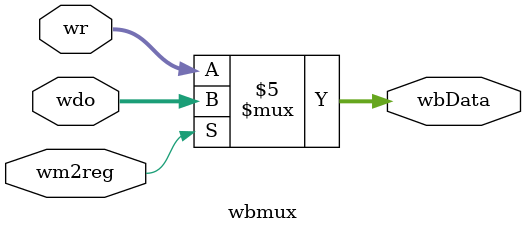
<source format=v>
`timescale 1ns / 1ps

module programcounter(input [31:0] nextPc, input clk, output reg [31:0] pc);
    initial
        begin
            pc <= 32'b01100100;
        end
    always @ (posedge clk)
        begin
            pc <= nextPc;
        end
endmodule

module instructionmemory(input [31:0] pc, output reg [31:0] instOut);
    reg [31:0] memory [0:63];
    
    initial 
        begin
            memory[25] = {6'b100011, 5'b00001, 5'b00010, 5'b00000, 5'b00000, 6'b000000};
            memory[26] = {6'b100011, 5'b00001, 5'b00011, 5'b00000, 5'b00000, 6'b000100};
            memory[27] = {6'b100011, 5'b00001, 5'b00100, 5'b00000, 5'b00000, 6'b001000};
            memory[28] = {6'b100011, 5'b00001, 5'b00101, 5'b00000, 5'b00000, 6'b001100};
            memory[29] = {6'b000000, 5'b00110, 5'b00010, 5'b01010, 5'b00000, 6'b100000};
        end
    always @ (*)
        begin
            instOut <= memory[pc[7:2]];
        end
endmodule

module pcadder(input [31:0] pc, output reg [31:0] nextPc);
    always @ (*)
        begin
            nextPc <= pc + 4;
        end
endmodule

module ifidpipelineregister(input [31:0] instOut, input clk, output reg [31:0] dinstOut);
    always @ (posedge clk)
        begin
            dinstOut <= instOut;
        end
endmodule

module controlunit(input [5:0] op, input [5:0] func, output reg wreg, output reg m2reg, output reg wmem, output reg [3:0] aluc, output reg aluimm, output reg regrt);
    always @ (*)
        begin
        case(op)
            6'b000000:
                begin
                    wreg <= 1'b1;
                    m2reg <= 1'b0;
                    wmem <= 1'b0;
                    aluimm <= 1'b0;
                    regrt <= 1'b0;
                    
                    case(func)
                        6'b100000:
                            begin
                                aluc <= 4'b0010;
                            end
                    endcase
                end
                
            6'b100011:
                begin
                    wreg <= 1'b1;
                    m2reg <= 1'b1;
                    wmem <= 1'b0;
                    aluc <= 4'b0010;
                    aluimm <= 1'b1;
                    regrt <= 1'b1;
                end
            endcase
        end
endmodule

module regrtmultiplexer(input [4:0] rt, input [4:0] rd, input regrt, output reg [4:0] destReg);
    always @ (*)
        begin
            if (regrt == 0) 
                begin
                    destReg <= rd;
                end
            else if (regrt == 1) 
                begin
                    destReg <= rt;
                end
        end
endmodule

module registerfile(input [4:0] rs, input [4:0] rt, input [4:0] wdestReg, input [31:0] wbData, input wwreg, input clk, output reg [31:0] qa, output reg [31:0] qb);
    reg [31:0] registers [31:0];
    integer i;
    initial 
        begin
            for (i = 0; i < 32; i = i + 1) begin
                registers[i] = 32'h00000000;
            end
        end
    always @ (*)
        begin
            qa <= registers[rs];
            qb <= registers[rt];
        end
    always @ (negedge clk)
        begin
            if (wwreg == 1)
                begin
                    registers[wdestReg] <= wbData;
                end
        end
endmodule

module immediateextender(input [15:0] imm, output reg [31:0] imm32);
    always @ (*)
        begin
            imm32[15:0] <= imm;
            if (imm[15] == 1) 
                begin
                    imm32[31:16] <= 16'hFFFF;
                end
            else 
                begin
                    imm32[31:16] <= 16'h0000;
                end
        end
endmodule

module idexepipelineregister(input wreg, input m2reg, input wmem, input [3:0] aluc, input aluimm, input [5:0] destReg, input [31:0] qa, input [31:0] qb, input [31:0] imm32, input clk, output reg ewreg, output reg em2reg, output reg ewmem, output reg [3:0] ealuc, output reg ealuimm, output reg [4:0] edestReg, output reg [31:0] eqa, output reg [31:0] eqb, output reg [31:0] eimm32);
    always @ (posedge clk)
        begin
            ewreg <= wreg;
            em2reg <= m2reg;
            ewmem <= wmem;
            ealuc <= aluc;
            ealuimm <= aluimm;
            edestReg <= destReg;
            eqa <= qa;
            eqb <= qb;
            eimm32 <= imm32;
        end
endmodule

module datapath(input clk, output wire [31:0] pc, output wire [31:0] dinstOut, output wire ewreg, output wire em2reg, 
output wire ewmem, output wire [3:0] ealuc, output wire ealuimm, output wire [4:0] edestReg, output wire [31:0] eqa, 
output wire [31:0] eqb, output wire [31:0] eimm32, output wire mwreg, output wire mm2reg, output wire mwmem, 
output wire [4:0] mdestReg, output wire [31:0] mr, output wire [31:0] mqb, output wire wwreg, output wire wm2reg, 
output wire [4:0] wdestReg, output wire [31:0] wr, output wire [31:0] wdo);
    wire [31:0] nextPc;
    wire [31:0] instOut;
    wire wreg;
    wire m2reg;
    wire wmem;
    wire [3:0] aluc;
    wire aluimm;
    wire regrt;
    wire [4:0] destReg;
    wire [31:0] qa;
    wire [31:0] qb;
    wire [31:0] imm32;
    wire [5:0] op;
    wire [5:0] func;
    wire [4:0] rs;
    wire [4:0] rt;
    wire [4:0] rd;
    wire [15:0] imm;
    wire [31:0] b;
    wire [31:0] r;
    wire [31:0] mdo;
    wire [31:0] wbData;
    
    assign op = dinstOut[31:26];
    assign rs = dinstOut[25:21];
    assign rt = dinstOut[20:16];
    assign rd = dinstOut[15:11];
    assign func = dinstOut[5:0];
    assign imm = dinstOut[15:0];
    
    programcounter counter(.nextPc(nextPc), .clk(clk), .pc(pc));
    instructionmemory memory(.pc(pc), .instOut(instOut));
    pcadder adder(.pc(pc), .nextPc(nextPc));
    ifidpipelineregister ifidpipe(.instOut(instOut), .clk(clk), .dinstOut(dinstOut));
    controlunit control(.op(op), .func(func), .wreg(wreg), .m2reg(m2reg), .wmem(wmem), .aluc(aluc), .aluimm(aluimm), .regrt(regrt));
    regrtmultiplexer regrtmult(.rt(rt), .rd(rd), .regrt(regrt), .destReg(destReg));
    registerfile regfile(.rs(rs), .rt(rt), .wdestReg(wdestReg), .wbData(wbData), .wwreg(wwreg), .clk(clk), .qa(qa), .qb(qb));
    immediateextender immextender(.imm(imm), .imm32(imm32));
    idexepipelineregister idexepipe(.wreg(wreg), .m2reg(m2reg), .wmem(wmem), .aluc(aluc), .aluimm(aluimm), .destReg(destReg), .qa(qa), .qb(qb), .imm32(imm32), .clk(clk), .ewreg(ewreg), .em2reg(em2reg), .ewmem(ewmem), .ealuc(ealuc), .ealuimm(ealuimm), .edestReg(edestReg), .eqa(eqa), .eqb(eqb), .eimm32(eimm32));
    alumux alumux(.eqb(eqb), .eimm32(eimm32), .ealuimm(ealuimm), .b(b));
    alu alu(.eqa(eqa), .b(b), .ealuc(ealuc), .r(r));
    exemempipelineregister exemempipe(.ewreg(ewreg), .em2reg(em2reg), .ewmem(ewmem), .edestReg(edestReg), .r(r), .eqb(eqb), .clk(clk), .mwreg(mwreg), .mm2reg(mm2reg), .mwmem(mwmem), .mdestReg(mdestReg), .mr(mr), .mqb(mqb));
    datamemory datamemory(.mr(mr), .mqb(mqb), .mwmem(mwmem), .clk(clk), .mdo(mdo));
    memwbpipelineregister memwbpipe(.mwreg(mwreg), .mm2reg(mm2reg), .mdestReg(mdestReg), .mr(mr), .mdo(mdo), .clk(clk), .wwreg(wwreg), .wm2reg(wm2reg), .wdestReg(wdestReg), .wr(wr), .wdo(wdo));
    wbmux wbmux(.wr(wr), .wdo(wdo), .wm2reg(wm2reg), .wbData(wbData));
endmodule

module alumux(input [31:0] eqb, input [31:0] eimm32, input ealuimm, output reg [31:0] b);
    always @ (*)
        begin 
            if (ealuimm == 0)
                begin
                    b <= eqb;
                end
            else 
                begin
                    b <= eimm32;
                end
        end
endmodule

module alu(input [31:0] eqa, input [31:0] b, input [3:0] ealuc, output reg [31:0] r);
    always @ (*)
        begin
            if (ealuc == 4'b0000)
                begin
                    r <= eqa & b;
                end
            else if (ealuc == 4'b0001)
                begin
                    r <= eqa | b;
                end
            else if (ealuc == 4'b0010)
                begin
                    r <= eqa + b;
                end
            else if (ealuc == 4'b0110)
                begin
                    r <= eqa - b;
                end
            else if (ealuc == 4'b0011)
                begin
                    r <= eqa ^ b;
                end
        end
endmodule

module exemempipelineregister(input ewreg, input em2reg, input ewmem, input [4:0] edestReg, input [31:0] r, input [31:0] eqb, input clk, output reg mwreg, output reg mm2reg, output reg mwmem, output reg [4:0] mdestReg, output reg [31:0] mr, output reg [31:0] mqb);    
    always @ (posedge clk)
        begin
            mwreg <= ewreg;
            mm2reg <= em2reg;
            mwmem <= ewmem;
            mdestReg <= edestReg;
            mr <= r;
            mqb <= eqb;
        end
endmodule

module datamemory(input [31:0] mr, input [31:0] mqb, input mwmem, input clk, output reg [31:0] mdo);
    reg [31:0] memory [63:0];
    
    initial 
        begin
            memory[0] = 32'hA00000AA;
            memory[1] = 32'h10000011;
            memory[2] = 32'h20000022;
            memory[3] = 32'h30000033;
            memory[4] = 32'h40000044;
            memory[5] = 32'h50000055;
            memory[6] = 32'h60000066;
            memory[7] = 32'h70000077;
            memory[8] = 32'h80000088;
            memory[9] = 32'h90000099;
        end
    always @ (*)
        begin
            mdo <= memory[mr[7:2]];
        end
    always @ (negedge clk)
        begin
            if (mwmem == 1)
                begin
                    memory[mr[7:2]] <= mqb;
                end
        end
endmodule

module memwbpipelineregister(input mwreg, input mm2reg, input [4:0] mdestReg, input [31:0] mr, input [31:0] mdo, input clk, output reg wwreg, output reg wm2reg, output reg [4:0] wdestReg, output reg [31:0] wr, output reg [31:0] wdo);
    always @ (posedge clk)
        begin
            wwreg <= mwreg;
            wm2reg <= mm2reg;
            wdestReg <= mdestReg;
            wr <= mr;
            wdo <= mdo;
        end    
endmodule

module wbmux(input [31:0] wr, input [31:0] wdo, input wm2reg, output reg [31:0] wbData);
    always @ (*)
        begin
            if (wm2reg == 0)
                begin
                    wbData <= wr;
                end
            else
                begin
                    wbData <= wdo;
                end
        end
endmodule
</source>
